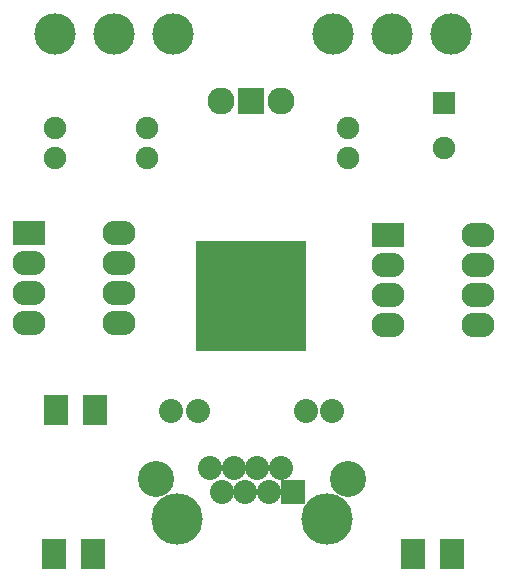
<source format=gts>
G04 (created by PCBNEW (2013-07-07 BZR 4022)-stable) date 2014-10-22 23:03:19*
%MOIN*%
G04 Gerber Fmt 3.4, Leading zero omitted, Abs format*
%FSLAX34Y34*%
G01*
G70*
G90*
G04 APERTURE LIST*
%ADD10C,0.00393701*%
%ADD11C,0.13811*%
%ADD12C,0.075*%
%ADD13R,0.11X0.082*%
%ADD14O,0.11X0.082*%
%ADD15R,0.37X0.37*%
%ADD16C,0.09*%
%ADD17R,0.09X0.09*%
%ADD18C,0.1716*%
%ADD19C,0.08*%
%ADD20C,0.12*%
%ADD21R,0.08X0.08*%
%ADD22R,0.08X0.1*%
%ADD23R,0.075X0.075*%
G04 APERTURE END LIST*
G54D10*
G54D11*
X52362Y-49133D03*
X56299Y-49133D03*
X54330Y-49133D03*
X61653Y-49133D03*
X65590Y-49133D03*
X63622Y-49133D03*
G54D12*
X52362Y-52255D03*
X52362Y-53255D03*
X62125Y-53255D03*
X62125Y-52255D03*
G54D13*
X63460Y-55822D03*
G54D14*
X63460Y-56822D03*
X63460Y-57822D03*
X63460Y-58822D03*
X66460Y-58822D03*
X66460Y-57822D03*
X66460Y-56822D03*
X66460Y-55822D03*
G54D13*
X51492Y-55744D03*
G54D14*
X51492Y-56744D03*
X51492Y-57744D03*
X51492Y-58744D03*
X54492Y-58744D03*
X54492Y-57744D03*
X54492Y-56744D03*
X54492Y-55744D03*
G54D15*
X58917Y-57839D03*
G54D16*
X59917Y-51339D03*
G54D17*
X58917Y-51339D03*
G54D16*
X57917Y-51339D03*
G54D18*
X61437Y-65276D03*
X56437Y-65276D03*
G54D19*
X57540Y-63583D03*
X57934Y-64370D03*
X58327Y-63583D03*
X58721Y-64370D03*
X59115Y-63583D03*
X59508Y-64370D03*
X59902Y-63583D03*
G54D20*
X62126Y-63937D03*
X55729Y-63937D03*
G54D19*
X57146Y-61693D03*
X60729Y-61693D03*
X56241Y-61693D03*
X61615Y-61683D03*
G54D21*
X60296Y-64370D03*
G54D22*
X53720Y-61653D03*
X52420Y-61653D03*
X64310Y-66456D03*
X65610Y-66456D03*
X52342Y-66456D03*
X53642Y-66456D03*
G54D23*
X65354Y-51415D03*
G54D12*
X65354Y-52915D03*
X55433Y-53255D03*
X55433Y-52255D03*
M02*

</source>
